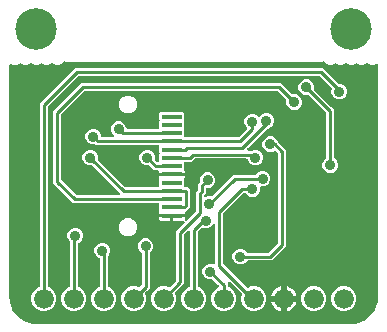
<source format=gbr>
G04 EAGLE Gerber RS-274X export*
G75*
%MOMM*%
%FSLAX34Y34*%
%LPD*%
%INBottom Copper*%
%IPPOS*%
%AMOC8*
5,1,8,0,0,1.08239X$1,22.5*%
G01*
%ADD10C,1.676400*%
%ADD11C,3.516000*%
%ADD12R,1.700000X0.350000*%
%ADD13C,0.906400*%
%ADD14C,0.254000*%

G36*
X276882Y-85087D02*
X276882Y-85087D01*
X276960Y-85085D01*
X280337Y-84820D01*
X280405Y-84806D01*
X280474Y-84801D01*
X280630Y-84761D01*
X287054Y-82674D01*
X287161Y-82624D01*
X287272Y-82580D01*
X287323Y-82547D01*
X287342Y-82539D01*
X287357Y-82526D01*
X287408Y-82494D01*
X292872Y-78523D01*
X292959Y-78442D01*
X293006Y-78403D01*
X293012Y-78399D01*
X293013Y-78398D01*
X293051Y-78366D01*
X293089Y-78320D01*
X293104Y-78306D01*
X293115Y-78288D01*
X293153Y-78242D01*
X297124Y-72778D01*
X297181Y-72674D01*
X297245Y-72574D01*
X297267Y-72517D01*
X297277Y-72499D01*
X297282Y-72479D01*
X297304Y-72424D01*
X299391Y-66000D01*
X299404Y-65932D01*
X299427Y-65866D01*
X299450Y-65707D01*
X299715Y-62330D01*
X299715Y-62326D01*
X299716Y-62323D01*
X299715Y-62304D01*
X299719Y-62230D01*
X299719Y133907D01*
X299713Y133956D01*
X299715Y134006D01*
X299693Y134114D01*
X299679Y134223D01*
X299661Y134269D01*
X299651Y134317D01*
X299603Y134416D01*
X299562Y134518D01*
X299533Y134558D01*
X299511Y134603D01*
X299440Y134687D01*
X299376Y134776D01*
X299337Y134807D01*
X299305Y134845D01*
X299215Y134908D01*
X299131Y134978D01*
X299086Y135000D01*
X299045Y135028D01*
X298942Y135067D01*
X298843Y135114D01*
X298794Y135123D01*
X298748Y135141D01*
X298638Y135153D01*
X298531Y135174D01*
X298481Y135171D01*
X298432Y135176D01*
X298323Y135161D01*
X298213Y135154D01*
X298166Y135139D01*
X298117Y135132D01*
X297964Y135080D01*
X295742Y134159D01*
X293538Y134159D01*
X291501Y135003D01*
X291093Y135412D01*
X291006Y135479D01*
X290965Y135517D01*
X290956Y135522D01*
X290909Y135563D01*
X290873Y135582D01*
X290841Y135607D01*
X290732Y135654D01*
X290626Y135708D01*
X290587Y135717D01*
X290549Y135733D01*
X290432Y135752D01*
X290316Y135778D01*
X290275Y135777D01*
X290235Y135783D01*
X290117Y135772D01*
X289998Y135768D01*
X289959Y135757D01*
X289919Y135753D01*
X289807Y135713D01*
X289692Y135680D01*
X289657Y135659D01*
X289619Y135645D01*
X289521Y135579D01*
X289418Y135518D01*
X289373Y135478D01*
X289356Y135467D01*
X289343Y135452D01*
X289298Y135412D01*
X288889Y135003D01*
X286852Y134159D01*
X284648Y134159D01*
X282611Y135003D01*
X282203Y135412D01*
X282116Y135479D01*
X282075Y135517D01*
X282066Y135522D01*
X282019Y135563D01*
X281983Y135582D01*
X281951Y135607D01*
X281842Y135654D01*
X281736Y135708D01*
X281697Y135717D01*
X281659Y135733D01*
X281542Y135752D01*
X281426Y135778D01*
X281385Y135777D01*
X281345Y135783D01*
X281227Y135772D01*
X281108Y135768D01*
X281069Y135757D01*
X281029Y135753D01*
X280917Y135713D01*
X280802Y135680D01*
X280767Y135659D01*
X280729Y135645D01*
X280631Y135579D01*
X280528Y135518D01*
X280483Y135478D01*
X280466Y135467D01*
X280453Y135452D01*
X280408Y135412D01*
X279999Y135003D01*
X277962Y134159D01*
X275758Y134159D01*
X273721Y135003D01*
X273313Y135412D01*
X273226Y135479D01*
X273185Y135517D01*
X273176Y135522D01*
X273129Y135563D01*
X273093Y135582D01*
X273061Y135607D01*
X272952Y135654D01*
X272846Y135708D01*
X272807Y135717D01*
X272769Y135733D01*
X272652Y135752D01*
X272536Y135778D01*
X272495Y135777D01*
X272455Y135783D01*
X272337Y135772D01*
X272218Y135768D01*
X272179Y135757D01*
X272139Y135753D01*
X272027Y135713D01*
X271912Y135680D01*
X271877Y135659D01*
X271839Y135645D01*
X271741Y135579D01*
X271638Y135518D01*
X271593Y135478D01*
X271576Y135467D01*
X271563Y135452D01*
X271518Y135412D01*
X271109Y135003D01*
X269072Y134159D01*
X266868Y134159D01*
X264831Y135003D01*
X264423Y135412D01*
X264336Y135479D01*
X264295Y135517D01*
X264286Y135522D01*
X264239Y135563D01*
X264203Y135582D01*
X264171Y135607D01*
X264062Y135654D01*
X263956Y135708D01*
X263917Y135717D01*
X263879Y135733D01*
X263762Y135752D01*
X263646Y135778D01*
X263605Y135777D01*
X263565Y135783D01*
X263447Y135772D01*
X263328Y135768D01*
X263289Y135757D01*
X263249Y135753D01*
X263137Y135713D01*
X263022Y135680D01*
X262987Y135659D01*
X262949Y135645D01*
X262851Y135579D01*
X262748Y135518D01*
X262703Y135478D01*
X262686Y135467D01*
X262673Y135452D01*
X262628Y135412D01*
X262219Y135003D01*
X260182Y134159D01*
X257978Y134159D01*
X255941Y135003D01*
X254379Y136565D01*
X254362Y136595D01*
X254345Y136642D01*
X254284Y136732D01*
X254229Y136828D01*
X254195Y136864D01*
X254167Y136905D01*
X254084Y136977D01*
X254008Y137056D01*
X253966Y137082D01*
X253928Y137115D01*
X253831Y137165D01*
X253737Y137223D01*
X253689Y137237D01*
X253645Y137260D01*
X253538Y137284D01*
X253433Y137316D01*
X253383Y137319D01*
X253335Y137330D01*
X253225Y137326D01*
X253115Y137331D01*
X253067Y137321D01*
X253017Y137320D01*
X252912Y137289D01*
X252804Y137267D01*
X252759Y137245D01*
X252711Y137231D01*
X252617Y137176D01*
X252583Y137159D01*
X34450Y137159D01*
X34406Y137178D01*
X34365Y137206D01*
X34261Y137241D01*
X34160Y137285D01*
X34111Y137293D01*
X34064Y137309D01*
X33954Y137317D01*
X33846Y137335D01*
X33797Y137330D01*
X33747Y137334D01*
X33639Y137315D01*
X33530Y137305D01*
X33483Y137288D01*
X33434Y137280D01*
X33334Y137234D01*
X33230Y137197D01*
X33189Y137169D01*
X33144Y137149D01*
X33058Y137080D01*
X32967Y137019D01*
X32934Y136981D01*
X32895Y136950D01*
X32829Y136863D01*
X32757Y136780D01*
X32734Y136736D01*
X32704Y136696D01*
X32639Y136563D01*
X31079Y135003D01*
X29042Y134159D01*
X26838Y134159D01*
X24801Y135003D01*
X24393Y135412D01*
X24306Y135479D01*
X24265Y135517D01*
X24256Y135522D01*
X24209Y135563D01*
X24173Y135582D01*
X24141Y135607D01*
X24032Y135654D01*
X23926Y135708D01*
X23887Y135717D01*
X23849Y135733D01*
X23732Y135752D01*
X23616Y135778D01*
X23575Y135777D01*
X23535Y135783D01*
X23417Y135772D01*
X23298Y135768D01*
X23259Y135757D01*
X23219Y135753D01*
X23107Y135713D01*
X22992Y135680D01*
X22957Y135659D01*
X22919Y135645D01*
X22821Y135579D01*
X22718Y135518D01*
X22673Y135478D01*
X22656Y135467D01*
X22643Y135452D01*
X22598Y135412D01*
X22189Y135003D01*
X20152Y134159D01*
X17948Y134159D01*
X15911Y135003D01*
X15503Y135412D01*
X15416Y135479D01*
X15375Y135517D01*
X15366Y135522D01*
X15319Y135563D01*
X15283Y135582D01*
X15251Y135607D01*
X15142Y135654D01*
X15036Y135708D01*
X14997Y135717D01*
X14959Y135733D01*
X14842Y135752D01*
X14726Y135778D01*
X14685Y135777D01*
X14645Y135783D01*
X14527Y135772D01*
X14408Y135768D01*
X14369Y135757D01*
X14329Y135753D01*
X14217Y135713D01*
X14102Y135680D01*
X14067Y135659D01*
X14029Y135645D01*
X13931Y135579D01*
X13828Y135518D01*
X13783Y135478D01*
X13766Y135467D01*
X13753Y135452D01*
X13708Y135412D01*
X13299Y135003D01*
X11262Y134159D01*
X9058Y134159D01*
X7021Y135003D01*
X6613Y135412D01*
X6526Y135479D01*
X6485Y135517D01*
X6476Y135522D01*
X6429Y135563D01*
X6393Y135582D01*
X6361Y135607D01*
X6252Y135654D01*
X6146Y135708D01*
X6107Y135717D01*
X6069Y135733D01*
X5952Y135752D01*
X5836Y135778D01*
X5795Y135777D01*
X5755Y135783D01*
X5637Y135772D01*
X5518Y135768D01*
X5479Y135757D01*
X5439Y135753D01*
X5327Y135713D01*
X5212Y135680D01*
X5177Y135659D01*
X5139Y135645D01*
X5041Y135579D01*
X4938Y135518D01*
X4893Y135478D01*
X4876Y135467D01*
X4863Y135452D01*
X4818Y135412D01*
X4409Y135003D01*
X2372Y134159D01*
X168Y134159D01*
X-1869Y135003D01*
X-2277Y135412D01*
X-2364Y135479D01*
X-2405Y135517D01*
X-2414Y135522D01*
X-2461Y135563D01*
X-2497Y135582D01*
X-2529Y135607D01*
X-2638Y135654D01*
X-2744Y135708D01*
X-2783Y135717D01*
X-2821Y135733D01*
X-2938Y135752D01*
X-3054Y135778D01*
X-3095Y135777D01*
X-3135Y135783D01*
X-3253Y135772D01*
X-3372Y135768D01*
X-3411Y135757D01*
X-3451Y135753D01*
X-3563Y135713D01*
X-3678Y135680D01*
X-3713Y135659D01*
X-3751Y135645D01*
X-3849Y135579D01*
X-3952Y135518D01*
X-3997Y135478D01*
X-4014Y135467D01*
X-4027Y135452D01*
X-4072Y135412D01*
X-4481Y135003D01*
X-6518Y134159D01*
X-8722Y134159D01*
X-10944Y135080D01*
X-10992Y135093D01*
X-11037Y135114D01*
X-11145Y135135D01*
X-11251Y135164D01*
X-11301Y135164D01*
X-11350Y135174D01*
X-11459Y135167D01*
X-11569Y135169D01*
X-11617Y135157D01*
X-11667Y135154D01*
X-11771Y135120D01*
X-11878Y135095D01*
X-11922Y135071D01*
X-11969Y135056D01*
X-12062Y134997D01*
X-12159Y134946D01*
X-12196Y134912D01*
X-12238Y134886D01*
X-12313Y134806D01*
X-12395Y134732D01*
X-12422Y134690D01*
X-12456Y134654D01*
X-12509Y134558D01*
X-12569Y134466D01*
X-12586Y134419D01*
X-12610Y134376D01*
X-12637Y134269D01*
X-12673Y134165D01*
X-12677Y134116D01*
X-12689Y134068D01*
X-12699Y133907D01*
X-12699Y-62230D01*
X-12697Y-62252D01*
X-12695Y-62330D01*
X-12430Y-65707D01*
X-12416Y-65775D01*
X-12411Y-65844D01*
X-12371Y-66000D01*
X-10284Y-72424D01*
X-10234Y-72531D01*
X-10190Y-72642D01*
X-10157Y-72693D01*
X-10149Y-72712D01*
X-10136Y-72727D01*
X-10104Y-72778D01*
X-6133Y-78242D01*
X-6113Y-78264D01*
X-6102Y-78282D01*
X-6056Y-78325D01*
X-6052Y-78329D01*
X-5976Y-78421D01*
X-5930Y-78459D01*
X-5916Y-78474D01*
X-5898Y-78485D01*
X-5852Y-78523D01*
X-388Y-82494D01*
X-284Y-82551D01*
X-184Y-82615D01*
X-127Y-82637D01*
X-109Y-82647D01*
X-89Y-82652D01*
X-34Y-82674D01*
X6390Y-84761D01*
X6458Y-84774D01*
X6524Y-84797D01*
X6683Y-84820D01*
X10060Y-85085D01*
X10082Y-85084D01*
X10160Y-85089D01*
X276860Y-85089D01*
X276882Y-85087D01*
G37*
%LPC*%
G36*
X116038Y-73915D02*
X116038Y-73915D01*
X112211Y-72329D01*
X109281Y-69399D01*
X107695Y-65572D01*
X107695Y-61428D01*
X109281Y-57601D01*
X112211Y-54671D01*
X116038Y-53085D01*
X120182Y-53085D01*
X121995Y-53836D01*
X122023Y-53844D01*
X122050Y-53858D01*
X122176Y-53886D01*
X122302Y-53920D01*
X122331Y-53921D01*
X122360Y-53927D01*
X122490Y-53923D01*
X122620Y-53925D01*
X122648Y-53918D01*
X122678Y-53918D01*
X122802Y-53881D01*
X122929Y-53851D01*
X122955Y-53837D01*
X122983Y-53829D01*
X123095Y-53763D01*
X123210Y-53702D01*
X123232Y-53683D01*
X123257Y-53668D01*
X123378Y-53561D01*
X128406Y-48534D01*
X128466Y-48455D01*
X128534Y-48383D01*
X128563Y-48330D01*
X128600Y-48282D01*
X128640Y-48191D01*
X128688Y-48105D01*
X128703Y-48046D01*
X128727Y-47991D01*
X128742Y-47893D01*
X128767Y-47797D01*
X128773Y-47697D01*
X128777Y-47676D01*
X128775Y-47664D01*
X128777Y-47636D01*
X128777Y-6252D01*
X135412Y383D01*
X135502Y499D01*
X135593Y611D01*
X135599Y623D01*
X135607Y634D01*
X135665Y768D01*
X135726Y900D01*
X135728Y914D01*
X135733Y926D01*
X135756Y1070D01*
X135782Y1213D01*
X135781Y1227D01*
X135783Y1240D01*
X135770Y1386D01*
X135759Y1530D01*
X135755Y1543D01*
X135753Y1557D01*
X135704Y1694D01*
X135658Y1832D01*
X135650Y1843D01*
X135646Y1856D01*
X135564Y1977D01*
X135485Y2099D01*
X135475Y2108D01*
X135467Y2119D01*
X135358Y2216D01*
X135251Y2314D01*
X135239Y2321D01*
X135229Y2330D01*
X135099Y2396D01*
X134971Y2465D01*
X134958Y2468D01*
X134946Y2474D01*
X134803Y2506D01*
X134662Y2541D01*
X134648Y2541D01*
X134635Y2544D01*
X134489Y2539D01*
X134344Y2538D01*
X134326Y2534D01*
X134317Y2534D01*
X134301Y2529D01*
X134186Y2506D01*
X133674Y2369D01*
X126109Y2369D01*
X126109Y5391D01*
X135881Y5391D01*
X135881Y4576D01*
X135744Y4064D01*
X135724Y3920D01*
X135720Y3898D01*
X135709Y3839D01*
X135710Y3830D01*
X135701Y3776D01*
X135702Y3762D01*
X135700Y3749D01*
X135717Y3604D01*
X135731Y3459D01*
X135735Y3446D01*
X135737Y3433D01*
X135789Y3297D01*
X135838Y3160D01*
X135846Y3149D01*
X135851Y3136D01*
X135935Y3018D01*
X136017Y2897D01*
X136027Y2888D01*
X136035Y2877D01*
X136146Y2783D01*
X136255Y2686D01*
X136267Y2680D01*
X136278Y2671D01*
X136409Y2608D01*
X136539Y2542D01*
X136552Y2539D01*
X136564Y2533D01*
X136707Y2504D01*
X136849Y2472D01*
X136862Y2472D01*
X136876Y2470D01*
X137021Y2477D01*
X137167Y2482D01*
X137180Y2485D01*
X137193Y2486D01*
X137332Y2529D01*
X137472Y2570D01*
X137484Y2577D01*
X137497Y2581D01*
X137599Y2644D01*
X137604Y2646D01*
X137613Y2653D01*
X137621Y2658D01*
X137746Y2732D01*
X137760Y2744D01*
X137767Y2748D01*
X137779Y2760D01*
X137867Y2838D01*
X144916Y9886D01*
X144976Y9965D01*
X145044Y10037D01*
X145073Y10090D01*
X145110Y10138D01*
X145150Y10229D01*
X145198Y10315D01*
X145213Y10374D01*
X145237Y10429D01*
X145252Y10527D01*
X145277Y10623D01*
X145283Y10723D01*
X145287Y10744D01*
X145285Y10756D01*
X145287Y10784D01*
X145287Y26768D01*
X147072Y28552D01*
X147132Y28631D01*
X147200Y28703D01*
X147229Y28756D01*
X147266Y28804D01*
X147306Y28895D01*
X147354Y28981D01*
X147369Y29040D01*
X147393Y29095D01*
X147408Y29193D01*
X147433Y29289D01*
X147439Y29389D01*
X147443Y29410D01*
X147441Y29422D01*
X147443Y29450D01*
X147443Y33753D01*
X148255Y34564D01*
X148315Y34643D01*
X148383Y34715D01*
X148412Y34768D01*
X148449Y34816D01*
X148489Y34907D01*
X148537Y34993D01*
X148552Y35052D01*
X148576Y35107D01*
X148591Y35205D01*
X148616Y35301D01*
X148622Y35401D01*
X148623Y35408D01*
X148624Y35409D01*
X148626Y35422D01*
X148624Y35434D01*
X148626Y35462D01*
X148626Y38136D01*
X149626Y40549D01*
X151472Y42395D01*
X153885Y43395D01*
X156497Y43395D01*
X158910Y42395D01*
X160756Y40549D01*
X161756Y38136D01*
X161756Y35524D01*
X160756Y33111D01*
X158910Y31265D01*
X156497Y30265D01*
X155318Y30265D01*
X155200Y30250D01*
X155081Y30243D01*
X155043Y30230D01*
X155002Y30225D01*
X154892Y30182D01*
X154779Y30145D01*
X154744Y30123D01*
X154707Y30108D01*
X154611Y30039D01*
X154510Y29975D01*
X154482Y29945D01*
X154449Y29922D01*
X154373Y29830D01*
X154292Y29743D01*
X154272Y29708D01*
X154247Y29677D01*
X154196Y29569D01*
X154138Y29465D01*
X154128Y29425D01*
X154111Y29389D01*
X154089Y29272D01*
X154059Y29157D01*
X154055Y29097D01*
X154051Y29077D01*
X154053Y29056D01*
X154049Y28996D01*
X154049Y26188D01*
X152264Y24404D01*
X152204Y24325D01*
X152136Y24253D01*
X152107Y24200D01*
X152070Y24152D01*
X152030Y24061D01*
X151982Y23975D01*
X151967Y23916D01*
X151943Y23861D01*
X151928Y23763D01*
X151903Y23667D01*
X151897Y23567D01*
X151893Y23546D01*
X151895Y23534D01*
X151893Y23506D01*
X151893Y23464D01*
X151899Y23415D01*
X151897Y23365D01*
X151919Y23257D01*
X151933Y23148D01*
X151951Y23102D01*
X151961Y23054D01*
X152009Y22955D01*
X152050Y22853D01*
X152079Y22813D01*
X152101Y22768D01*
X152172Y22684D01*
X152236Y22595D01*
X152275Y22564D01*
X152307Y22526D01*
X152397Y22463D01*
X152481Y22393D01*
X152526Y22371D01*
X152567Y22343D01*
X152670Y22304D01*
X152769Y22257D01*
X152818Y22248D01*
X152864Y22230D01*
X152974Y22218D01*
X153081Y22197D01*
X153131Y22200D01*
X153180Y22195D01*
X153289Y22210D01*
X153399Y22217D01*
X153446Y22232D01*
X153495Y22239D01*
X153648Y22291D01*
X155539Y23075D01*
X158213Y23075D01*
X158311Y23087D01*
X158410Y23090D01*
X158469Y23107D01*
X158529Y23115D01*
X158621Y23151D01*
X158716Y23179D01*
X158768Y23209D01*
X158824Y23232D01*
X158904Y23290D01*
X158990Y23340D01*
X159065Y23406D01*
X159082Y23418D01*
X159090Y23428D01*
X159111Y23446D01*
X177067Y41403D01*
X195423Y41403D01*
X195521Y41415D01*
X195620Y41418D01*
X195678Y41435D01*
X195739Y41443D01*
X195831Y41479D01*
X195926Y41507D01*
X195978Y41537D01*
X196034Y41560D01*
X196114Y41618D01*
X196200Y41668D01*
X196275Y41734D01*
X196292Y41746D01*
X196299Y41756D01*
X196321Y41774D01*
X198211Y43665D01*
X200624Y44665D01*
X203236Y44665D01*
X205649Y43665D01*
X207495Y41819D01*
X208495Y39406D01*
X208495Y36794D01*
X207495Y34381D01*
X205649Y32535D01*
X203236Y31535D01*
X200874Y31535D01*
X200756Y31520D01*
X200637Y31513D01*
X200599Y31500D01*
X200558Y31495D01*
X200448Y31452D01*
X200335Y31415D01*
X200300Y31393D01*
X200263Y31378D01*
X200167Y31309D01*
X200066Y31245D01*
X200038Y31215D01*
X200005Y31192D01*
X199929Y31100D01*
X199848Y31013D01*
X199828Y30978D01*
X199803Y30947D01*
X199752Y30839D01*
X199694Y30735D01*
X199684Y30695D01*
X199667Y30659D01*
X199645Y30542D01*
X199615Y30427D01*
X199611Y30367D01*
X199607Y30347D01*
X199609Y30326D01*
X199605Y30266D01*
X199605Y27904D01*
X198605Y25491D01*
X196759Y23645D01*
X194346Y22645D01*
X191734Y22645D01*
X189321Y23645D01*
X187431Y25536D01*
X187352Y25596D01*
X187280Y25664D01*
X187227Y25693D01*
X187179Y25730D01*
X187088Y25770D01*
X187002Y25818D01*
X186943Y25833D01*
X186887Y25857D01*
X186789Y25872D01*
X186694Y25897D01*
X186594Y25903D01*
X186573Y25907D01*
X186561Y25905D01*
X186533Y25907D01*
X186044Y25907D01*
X185946Y25895D01*
X185847Y25892D01*
X185788Y25875D01*
X185728Y25867D01*
X185636Y25831D01*
X185541Y25803D01*
X185489Y25773D01*
X185433Y25750D01*
X185353Y25692D01*
X185267Y25642D01*
X185192Y25576D01*
X185175Y25564D01*
X185167Y25554D01*
X185146Y25536D01*
X168774Y9164D01*
X168714Y9085D01*
X168646Y9013D01*
X168617Y8960D01*
X168580Y8912D01*
X168540Y8821D01*
X168492Y8735D01*
X168477Y8676D01*
X168453Y8621D01*
X168438Y8523D01*
X168413Y8427D01*
X168407Y8327D01*
X168403Y8306D01*
X168405Y8294D01*
X168403Y8266D01*
X168403Y-33666D01*
X168415Y-33764D01*
X168418Y-33863D01*
X168435Y-33922D01*
X168443Y-33982D01*
X168479Y-34074D01*
X168507Y-34169D01*
X168537Y-34221D01*
X168560Y-34277D01*
X168618Y-34357D01*
X168668Y-34443D01*
X168734Y-34518D01*
X168746Y-34535D01*
X168756Y-34543D01*
X168774Y-34564D01*
X188144Y-53933D01*
X188167Y-53951D01*
X188186Y-53974D01*
X188292Y-54048D01*
X188395Y-54128D01*
X188422Y-54140D01*
X188446Y-54157D01*
X188568Y-54203D01*
X188687Y-54254D01*
X188716Y-54259D01*
X188744Y-54270D01*
X188873Y-54284D01*
X189001Y-54304D01*
X189031Y-54302D01*
X189060Y-54305D01*
X189188Y-54287D01*
X189318Y-54274D01*
X189346Y-54264D01*
X189375Y-54260D01*
X189527Y-54208D01*
X192238Y-53085D01*
X196382Y-53085D01*
X200209Y-54671D01*
X203139Y-57601D01*
X204725Y-61428D01*
X204725Y-65572D01*
X203139Y-69399D01*
X200209Y-72329D01*
X196382Y-73915D01*
X192238Y-73915D01*
X188411Y-72329D01*
X185481Y-69399D01*
X183895Y-65572D01*
X183895Y-61428D01*
X184274Y-60513D01*
X184282Y-60485D01*
X184296Y-60458D01*
X184324Y-60332D01*
X184358Y-60206D01*
X184359Y-60177D01*
X184365Y-60148D01*
X184361Y-60018D01*
X184363Y-59888D01*
X184356Y-59860D01*
X184356Y-59830D01*
X184320Y-59706D01*
X184289Y-59579D01*
X184275Y-59553D01*
X184267Y-59525D01*
X184201Y-59413D01*
X184140Y-59298D01*
X184121Y-59276D01*
X184106Y-59251D01*
X183999Y-59130D01*
X174379Y-49510D01*
X174270Y-49425D01*
X174163Y-49336D01*
X174144Y-49328D01*
X174128Y-49315D01*
X174000Y-49260D01*
X173875Y-49201D01*
X173855Y-49197D01*
X173836Y-49189D01*
X173698Y-49167D01*
X173562Y-49141D01*
X173542Y-49142D01*
X173522Y-49139D01*
X173383Y-49152D01*
X173245Y-49161D01*
X173226Y-49167D01*
X173206Y-49169D01*
X173074Y-49216D01*
X172943Y-49259D01*
X172925Y-49270D01*
X172906Y-49277D01*
X172791Y-49355D01*
X172674Y-49429D01*
X172660Y-49444D01*
X172643Y-49455D01*
X172551Y-49559D01*
X172456Y-49661D01*
X172446Y-49678D01*
X172433Y-49694D01*
X172369Y-49818D01*
X172302Y-49939D01*
X172297Y-49959D01*
X172288Y-49977D01*
X172258Y-50113D01*
X172223Y-50247D01*
X172221Y-50275D01*
X172218Y-50287D01*
X172219Y-50308D01*
X172213Y-50408D01*
X172213Y-52747D01*
X172216Y-52776D01*
X172214Y-52806D01*
X172236Y-52934D01*
X172253Y-53063D01*
X172263Y-53090D01*
X172268Y-53119D01*
X172322Y-53238D01*
X172370Y-53358D01*
X172387Y-53382D01*
X172399Y-53409D01*
X172480Y-53510D01*
X172556Y-53616D01*
X172579Y-53635D01*
X172598Y-53658D01*
X172701Y-53736D01*
X172801Y-53818D01*
X172828Y-53831D01*
X172852Y-53849D01*
X172996Y-53920D01*
X174809Y-54671D01*
X177739Y-57601D01*
X179325Y-61428D01*
X179325Y-65572D01*
X177739Y-69399D01*
X174809Y-72329D01*
X170982Y-73915D01*
X166838Y-73915D01*
X163011Y-72329D01*
X160081Y-69399D01*
X158495Y-65572D01*
X158495Y-61428D01*
X160081Y-57601D01*
X163011Y-54671D01*
X163963Y-54276D01*
X164007Y-54252D01*
X164053Y-54235D01*
X164144Y-54173D01*
X164240Y-54119D01*
X164275Y-54084D01*
X164316Y-54056D01*
X164389Y-53974D01*
X164468Y-53897D01*
X164494Y-53855D01*
X164527Y-53818D01*
X164577Y-53720D01*
X164634Y-53626D01*
X164649Y-53579D01*
X164672Y-53534D01*
X164696Y-53427D01*
X164728Y-53322D01*
X164730Y-53273D01*
X164741Y-53224D01*
X164738Y-53114D01*
X164743Y-53005D01*
X164733Y-52956D01*
X164732Y-52906D01*
X164701Y-52801D01*
X164679Y-52693D01*
X164657Y-52648D01*
X164643Y-52601D01*
X164587Y-52506D01*
X164539Y-52407D01*
X164507Y-52370D01*
X164482Y-52327D01*
X164375Y-52206D01*
X159746Y-47576D01*
X159667Y-47516D01*
X159595Y-47448D01*
X159542Y-47419D01*
X159494Y-47382D01*
X159403Y-47342D01*
X159317Y-47294D01*
X159258Y-47279D01*
X159203Y-47255D01*
X159105Y-47240D01*
X159009Y-47215D01*
X158909Y-47209D01*
X158888Y-47205D01*
X158876Y-47207D01*
X158848Y-47205D01*
X156174Y-47205D01*
X153761Y-46205D01*
X151915Y-44359D01*
X150915Y-41946D01*
X150915Y-39334D01*
X151915Y-36921D01*
X153761Y-35075D01*
X156174Y-34075D01*
X158786Y-34075D01*
X160042Y-34596D01*
X160090Y-34609D01*
X160135Y-34630D01*
X160243Y-34651D01*
X160349Y-34680D01*
X160399Y-34680D01*
X160448Y-34690D01*
X160557Y-34683D01*
X160667Y-34685D01*
X160715Y-34673D01*
X160765Y-34670D01*
X160869Y-34636D01*
X160976Y-34611D01*
X161020Y-34587D01*
X161067Y-34572D01*
X161160Y-34513D01*
X161257Y-34462D01*
X161294Y-34428D01*
X161336Y-34402D01*
X161411Y-34322D01*
X161493Y-34248D01*
X161520Y-34206D01*
X161554Y-34170D01*
X161607Y-34074D01*
X161667Y-33982D01*
X161684Y-33935D01*
X161708Y-33892D01*
X161735Y-33786D01*
X161771Y-33681D01*
X161775Y-33632D01*
X161787Y-33584D01*
X161797Y-33423D01*
X161797Y-1374D01*
X161789Y-1305D01*
X161790Y-1235D01*
X161769Y-1148D01*
X161757Y-1059D01*
X161732Y-994D01*
X161715Y-926D01*
X161673Y-847D01*
X161640Y-763D01*
X161599Y-707D01*
X161567Y-645D01*
X161506Y-578D01*
X161454Y-506D01*
X161400Y-461D01*
X161353Y-410D01*
X161278Y-360D01*
X161209Y-303D01*
X161145Y-273D01*
X161087Y-235D01*
X161002Y-206D01*
X160921Y-168D01*
X160852Y-154D01*
X160786Y-132D01*
X160697Y-125D01*
X160609Y-108D01*
X160539Y-112D01*
X160469Y-107D01*
X160381Y-122D01*
X160291Y-127D01*
X160225Y-149D01*
X160156Y-161D01*
X160074Y-198D01*
X159989Y-226D01*
X159930Y-263D01*
X159866Y-292D01*
X159796Y-348D01*
X159720Y-396D01*
X159672Y-447D01*
X159618Y-490D01*
X159563Y-562D01*
X159502Y-627D01*
X159468Y-688D01*
X159426Y-744D01*
X159355Y-889D01*
X159235Y-1179D01*
X157389Y-3025D01*
X154976Y-4025D01*
X152364Y-4025D01*
X150936Y-3433D01*
X150907Y-3425D01*
X150881Y-3412D01*
X150754Y-3383D01*
X150629Y-3349D01*
X150600Y-3349D01*
X150571Y-3342D01*
X150441Y-3346D01*
X150311Y-3344D01*
X150282Y-3351D01*
X150253Y-3352D01*
X150128Y-3388D01*
X150002Y-3418D01*
X149976Y-3432D01*
X149947Y-3440D01*
X149836Y-3506D01*
X149721Y-3567D01*
X149699Y-3587D01*
X149673Y-3602D01*
X149553Y-3708D01*
X147184Y-6076D01*
X147124Y-6155D01*
X147056Y-6227D01*
X147027Y-6280D01*
X146990Y-6328D01*
X146950Y-6419D01*
X146902Y-6505D01*
X146887Y-6564D01*
X146863Y-6619D01*
X146848Y-6717D01*
X146823Y-6813D01*
X146817Y-6913D01*
X146813Y-6934D01*
X146815Y-6946D01*
X146813Y-6974D01*
X146813Y-52747D01*
X146816Y-52776D01*
X146814Y-52806D01*
X146836Y-52934D01*
X146853Y-53063D01*
X146863Y-53090D01*
X146868Y-53119D01*
X146922Y-53238D01*
X146970Y-53358D01*
X146987Y-53382D01*
X146999Y-53409D01*
X147080Y-53511D01*
X147156Y-53616D01*
X147179Y-53635D01*
X147198Y-53658D01*
X147301Y-53736D01*
X147401Y-53819D01*
X147428Y-53831D01*
X147452Y-53849D01*
X147596Y-53920D01*
X149409Y-54671D01*
X152339Y-57601D01*
X153925Y-61428D01*
X153925Y-65572D01*
X152339Y-69399D01*
X149409Y-72329D01*
X145582Y-73915D01*
X141438Y-73915D01*
X137611Y-72329D01*
X134681Y-69399D01*
X133095Y-65572D01*
X133095Y-61428D01*
X134681Y-57601D01*
X137611Y-54671D01*
X139424Y-53920D01*
X139449Y-53905D01*
X139477Y-53896D01*
X139587Y-53827D01*
X139700Y-53762D01*
X139721Y-53742D01*
X139746Y-53726D01*
X139835Y-53631D01*
X139928Y-53541D01*
X139944Y-53516D01*
X139964Y-53494D01*
X140027Y-53380D01*
X140095Y-53270D01*
X140103Y-53242D01*
X140118Y-53216D01*
X140150Y-53090D01*
X140188Y-52966D01*
X140190Y-52936D01*
X140197Y-52908D01*
X140207Y-52747D01*
X140207Y-7228D01*
X140190Y-7090D01*
X140177Y-6951D01*
X140170Y-6932D01*
X140167Y-6912D01*
X140116Y-6783D01*
X140069Y-6652D01*
X140058Y-6635D01*
X140050Y-6617D01*
X139969Y-6504D01*
X139891Y-6389D01*
X139875Y-6376D01*
X139864Y-6359D01*
X139756Y-6270D01*
X139652Y-6178D01*
X139634Y-6169D01*
X139619Y-6156D01*
X139493Y-6097D01*
X139369Y-6034D01*
X139349Y-6029D01*
X139331Y-6021D01*
X139195Y-5995D01*
X139059Y-5964D01*
X139038Y-5965D01*
X139019Y-5961D01*
X138880Y-5970D01*
X138741Y-5974D01*
X138721Y-5980D01*
X138701Y-5981D01*
X138569Y-6024D01*
X138435Y-6062D01*
X138418Y-6073D01*
X138399Y-6079D01*
X138281Y-6153D01*
X138161Y-6224D01*
X138140Y-6242D01*
X138130Y-6249D01*
X138116Y-6264D01*
X138041Y-6330D01*
X135754Y-8616D01*
X135694Y-8695D01*
X135626Y-8767D01*
X135597Y-8820D01*
X135560Y-8868D01*
X135520Y-8959D01*
X135472Y-9045D01*
X135457Y-9104D01*
X135433Y-9159D01*
X135418Y-9257D01*
X135393Y-9353D01*
X135387Y-9453D01*
X135383Y-9474D01*
X135385Y-9486D01*
X135383Y-9514D01*
X135383Y-50898D01*
X133076Y-53204D01*
X128049Y-58232D01*
X128031Y-58255D01*
X128008Y-58274D01*
X127934Y-58380D01*
X127854Y-58483D01*
X127842Y-58510D01*
X127825Y-58534D01*
X127779Y-58656D01*
X127728Y-58775D01*
X127723Y-58804D01*
X127712Y-58832D01*
X127698Y-58961D01*
X127678Y-59089D01*
X127680Y-59119D01*
X127677Y-59148D01*
X127695Y-59276D01*
X127707Y-59406D01*
X127717Y-59434D01*
X127722Y-59463D01*
X127774Y-59615D01*
X128525Y-61428D01*
X128525Y-65572D01*
X126939Y-69399D01*
X124009Y-72329D01*
X120182Y-73915D01*
X116038Y-73915D01*
G37*
%LPD*%
%LPC*%
G36*
X124840Y7929D02*
X124840Y7929D01*
X113799Y7929D01*
X113799Y8744D01*
X113972Y9391D01*
X114222Y9823D01*
X114265Y9926D01*
X114317Y10027D01*
X114327Y10073D01*
X114345Y10116D01*
X114362Y10227D01*
X114386Y10337D01*
X114385Y10384D01*
X114392Y10431D01*
X114380Y10542D01*
X114377Y10655D01*
X114363Y10700D01*
X114359Y10747D01*
X114319Y10852D01*
X114307Y10894D01*
X114307Y16088D01*
X114292Y16206D01*
X114285Y16325D01*
X114272Y16363D01*
X114267Y16404D01*
X114224Y16514D01*
X114187Y16627D01*
X114165Y16662D01*
X114150Y16699D01*
X114081Y16795D01*
X114017Y16896D01*
X113987Y16924D01*
X113964Y16957D01*
X113872Y17033D01*
X113785Y17114D01*
X113750Y17134D01*
X113719Y17159D01*
X113611Y17210D01*
X113507Y17268D01*
X113467Y17278D01*
X113431Y17295D01*
X113314Y17317D01*
X113199Y17347D01*
X113139Y17351D01*
X113119Y17355D01*
X113098Y17353D01*
X113038Y17357D01*
X41472Y17357D01*
X24637Y34192D01*
X24637Y95348D01*
X48162Y118873D01*
X217268Y118873D01*
X226334Y109806D01*
X226413Y109746D01*
X226485Y109678D01*
X226538Y109649D01*
X226586Y109612D01*
X226677Y109572D01*
X226763Y109524D01*
X226822Y109509D01*
X226877Y109485D01*
X226975Y109470D01*
X227071Y109445D01*
X227171Y109439D01*
X227192Y109435D01*
X227204Y109437D01*
X227232Y109435D01*
X229906Y109435D01*
X232319Y108435D01*
X234165Y106589D01*
X235165Y104176D01*
X235165Y101564D01*
X234165Y99151D01*
X232319Y97305D01*
X229906Y96305D01*
X227294Y96305D01*
X224881Y97305D01*
X223035Y99151D01*
X222035Y101564D01*
X222035Y104238D01*
X222023Y104336D01*
X222020Y104435D01*
X222003Y104494D01*
X221995Y104554D01*
X221959Y104646D01*
X221931Y104741D01*
X221901Y104793D01*
X221878Y104849D01*
X221820Y104929D01*
X221770Y105015D01*
X221704Y105090D01*
X221692Y105107D01*
X221682Y105115D01*
X221664Y105136D01*
X214904Y111896D01*
X214825Y111956D01*
X214753Y112024D01*
X214700Y112053D01*
X214652Y112090D01*
X214561Y112130D01*
X214475Y112178D01*
X214416Y112193D01*
X214361Y112217D01*
X214263Y112232D01*
X214167Y112257D01*
X214067Y112263D01*
X214046Y112267D01*
X214034Y112265D01*
X214006Y112267D01*
X51424Y112267D01*
X51326Y112255D01*
X51227Y112252D01*
X51168Y112235D01*
X51108Y112227D01*
X51016Y112191D01*
X50921Y112163D01*
X50869Y112133D01*
X50813Y112110D01*
X50733Y112052D01*
X50647Y112002D01*
X50572Y111936D01*
X50555Y111924D01*
X50547Y111914D01*
X50526Y111896D01*
X31614Y92984D01*
X31554Y92905D01*
X31486Y92833D01*
X31457Y92780D01*
X31420Y92732D01*
X31380Y92641D01*
X31332Y92555D01*
X31317Y92496D01*
X31293Y92441D01*
X31278Y92343D01*
X31253Y92247D01*
X31247Y92147D01*
X31243Y92126D01*
X31245Y92114D01*
X31243Y92086D01*
X31243Y37454D01*
X31255Y37356D01*
X31258Y37257D01*
X31275Y37198D01*
X31283Y37138D01*
X31319Y37046D01*
X31347Y36951D01*
X31377Y36899D01*
X31400Y36843D01*
X31458Y36763D01*
X31508Y36677D01*
X31574Y36602D01*
X31586Y36585D01*
X31596Y36577D01*
X31614Y36556D01*
X43836Y24334D01*
X43915Y24274D01*
X43987Y24206D01*
X44040Y24177D01*
X44088Y24140D01*
X44179Y24100D01*
X44265Y24052D01*
X44324Y24037D01*
X44379Y24013D01*
X44477Y23998D01*
X44573Y23973D01*
X44673Y23967D01*
X44694Y23963D01*
X44706Y23965D01*
X44734Y23963D01*
X80062Y23963D01*
X80200Y23980D01*
X80339Y23993D01*
X80358Y24000D01*
X80378Y24003D01*
X80507Y24054D01*
X80638Y24101D01*
X80655Y24112D01*
X80673Y24120D01*
X80786Y24201D01*
X80901Y24279D01*
X80914Y24295D01*
X80931Y24306D01*
X81019Y24414D01*
X81112Y24518D01*
X81121Y24536D01*
X81134Y24551D01*
X81193Y24677D01*
X81256Y24801D01*
X81261Y24821D01*
X81269Y24839D01*
X81295Y24975D01*
X81326Y25111D01*
X81325Y25132D01*
X81329Y25151D01*
X81320Y25290D01*
X81316Y25429D01*
X81310Y25449D01*
X81309Y25469D01*
X81266Y25601D01*
X81228Y25735D01*
X81217Y25752D01*
X81211Y25771D01*
X81137Y25889D01*
X81066Y26009D01*
X81048Y26030D01*
X81041Y26040D01*
X81026Y26054D01*
X80960Y26129D01*
X58146Y48944D01*
X58067Y49004D01*
X57995Y49072D01*
X57942Y49101D01*
X57894Y49138D01*
X57803Y49178D01*
X57717Y49226D01*
X57658Y49241D01*
X57603Y49265D01*
X57505Y49280D01*
X57409Y49305D01*
X57309Y49311D01*
X57288Y49315D01*
X57276Y49313D01*
X57248Y49315D01*
X54574Y49315D01*
X52161Y50315D01*
X50315Y52161D01*
X49315Y54574D01*
X49315Y57186D01*
X50315Y59599D01*
X52161Y61445D01*
X54574Y62445D01*
X57186Y62445D01*
X59599Y61445D01*
X61445Y59599D01*
X62445Y57186D01*
X62445Y54512D01*
X62457Y54414D01*
X62460Y54315D01*
X62477Y54256D01*
X62485Y54196D01*
X62521Y54104D01*
X62549Y54009D01*
X62579Y53957D01*
X62602Y53901D01*
X62660Y53821D01*
X62710Y53735D01*
X62776Y53660D01*
X62788Y53643D01*
X62798Y53635D01*
X62816Y53614D01*
X85096Y31334D01*
X85175Y31274D01*
X85247Y31206D01*
X85300Y31177D01*
X85348Y31140D01*
X85439Y31100D01*
X85525Y31052D01*
X85584Y31037D01*
X85639Y31013D01*
X85737Y30998D01*
X85833Y30973D01*
X85933Y30967D01*
X85954Y30963D01*
X85966Y30965D01*
X85994Y30963D01*
X113038Y30963D01*
X113156Y30978D01*
X113275Y30985D01*
X113313Y30998D01*
X113354Y31003D01*
X113464Y31046D01*
X113577Y31083D01*
X113612Y31105D01*
X113649Y31120D01*
X113745Y31189D01*
X113846Y31253D01*
X113874Y31283D01*
X113907Y31306D01*
X113983Y31398D01*
X114064Y31485D01*
X114084Y31520D01*
X114109Y31551D01*
X114160Y31659D01*
X114218Y31763D01*
X114228Y31803D01*
X114245Y31839D01*
X114267Y31956D01*
X114297Y32071D01*
X114301Y32131D01*
X114305Y32151D01*
X114303Y32172D01*
X114307Y32232D01*
X114307Y37410D01*
X114312Y37419D01*
X114323Y37465D01*
X114342Y37508D01*
X114359Y37619D01*
X114385Y37729D01*
X114384Y37776D01*
X114391Y37822D01*
X114381Y37934D01*
X114379Y38046D01*
X114366Y38092D01*
X114362Y38139D01*
X114324Y38245D01*
X114293Y38353D01*
X114261Y38418D01*
X114254Y38438D01*
X114244Y38453D01*
X114222Y38497D01*
X113972Y38929D01*
X113799Y39576D01*
X113799Y40391D01*
X124840Y40391D01*
X135881Y40391D01*
X135881Y39576D01*
X135708Y38929D01*
X135458Y38497D01*
X135415Y38394D01*
X135363Y38293D01*
X135353Y38247D01*
X135335Y38204D01*
X135318Y38093D01*
X135294Y37983D01*
X135295Y37936D01*
X135288Y37889D01*
X135300Y37778D01*
X135303Y37665D01*
X135317Y37620D01*
X135321Y37573D01*
X135361Y37468D01*
X135373Y37426D01*
X135373Y32232D01*
X135388Y32114D01*
X135395Y31995D01*
X135408Y31957D01*
X135413Y31916D01*
X135456Y31806D01*
X135493Y31693D01*
X135515Y31658D01*
X135530Y31621D01*
X135599Y31525D01*
X135663Y31424D01*
X135693Y31396D01*
X135716Y31363D01*
X135808Y31287D01*
X135895Y31206D01*
X135930Y31186D01*
X135961Y31161D01*
X136069Y31110D01*
X136173Y31052D01*
X136213Y31042D01*
X136249Y31025D01*
X136366Y31003D01*
X136481Y30973D01*
X136541Y30969D01*
X136561Y30965D01*
X136582Y30967D01*
X136642Y30963D01*
X138528Y30963D01*
X140463Y29028D01*
X140463Y13872D01*
X136929Y10338D01*
X136853Y10332D01*
X136821Y10322D01*
X136787Y10317D01*
X136670Y10271D01*
X136551Y10231D01*
X136523Y10213D01*
X136491Y10200D01*
X136390Y10127D01*
X136284Y10058D01*
X136261Y10033D01*
X136234Y10014D01*
X136154Y9917D01*
X136069Y9824D01*
X136053Y9795D01*
X136031Y9769D01*
X135978Y9655D01*
X135918Y9544D01*
X135910Y9511D01*
X135896Y9481D01*
X135872Y9358D01*
X135842Y9235D01*
X135842Y9202D01*
X135836Y9169D01*
X135844Y9043D01*
X135845Y8917D01*
X135855Y8869D01*
X135856Y8851D01*
X135862Y8831D01*
X135877Y8759D01*
X135881Y8744D01*
X135881Y7929D01*
X124840Y7929D01*
X124840Y7929D01*
G37*
%LPD*%
%LPC*%
G36*
X124840Y42929D02*
X124840Y42929D01*
X113799Y42929D01*
X113799Y43744D01*
X113803Y43759D01*
X113820Y43884D01*
X113844Y44008D01*
X113842Y44041D01*
X113846Y44075D01*
X113832Y44200D01*
X113824Y44325D01*
X113814Y44357D01*
X113810Y44390D01*
X113765Y44508D01*
X113726Y44627D01*
X113708Y44656D01*
X113696Y44687D01*
X113623Y44790D01*
X113556Y44896D01*
X113531Y44919D01*
X113512Y44947D01*
X113416Y45028D01*
X113324Y45114D01*
X113295Y45130D01*
X113269Y45152D01*
X113156Y45207D01*
X113046Y45268D01*
X113013Y45276D01*
X112983Y45291D01*
X112860Y45316D01*
X112738Y45347D01*
X112689Y45350D01*
X112671Y45354D01*
X112650Y45353D01*
X112577Y45357D01*
X109992Y45357D01*
X106406Y48944D01*
X106327Y49004D01*
X106255Y49072D01*
X106202Y49101D01*
X106154Y49138D01*
X106063Y49178D01*
X105977Y49226D01*
X105918Y49241D01*
X105863Y49265D01*
X105765Y49280D01*
X105669Y49305D01*
X105569Y49311D01*
X105548Y49315D01*
X105536Y49313D01*
X105508Y49315D01*
X102834Y49315D01*
X100421Y50315D01*
X98575Y52161D01*
X97575Y54574D01*
X97575Y57186D01*
X98575Y59599D01*
X100421Y61445D01*
X102834Y62445D01*
X105446Y62445D01*
X107859Y61445D01*
X109705Y59599D01*
X110705Y57186D01*
X110705Y54512D01*
X110717Y54414D01*
X110720Y54315D01*
X110737Y54256D01*
X110745Y54196D01*
X110781Y54104D01*
X110809Y54009D01*
X110839Y53957D01*
X110862Y53901D01*
X110920Y53821D01*
X110970Y53735D01*
X111036Y53660D01*
X111048Y53643D01*
X111058Y53635D01*
X111076Y53614D01*
X112141Y52550D01*
X112250Y52465D01*
X112357Y52376D01*
X112376Y52368D01*
X112392Y52355D01*
X112519Y52300D01*
X112645Y52241D01*
X112665Y52237D01*
X112684Y52229D01*
X112822Y52207D01*
X112958Y52181D01*
X112978Y52182D01*
X112998Y52179D01*
X113137Y52192D01*
X113275Y52201D01*
X113294Y52207D01*
X113314Y52209D01*
X113446Y52256D01*
X113577Y52299D01*
X113595Y52310D01*
X113614Y52317D01*
X113729Y52395D01*
X113846Y52469D01*
X113860Y52484D01*
X113877Y52495D01*
X113969Y52599D01*
X114064Y52701D01*
X114074Y52718D01*
X114087Y52734D01*
X114150Y52857D01*
X114218Y52979D01*
X114223Y52999D01*
X114232Y53017D01*
X114262Y53153D01*
X114297Y53287D01*
X114299Y53315D01*
X114302Y53327D01*
X114301Y53348D01*
X114307Y53448D01*
X114307Y58252D01*
X114318Y58263D01*
X114391Y58357D01*
X114470Y58446D01*
X114488Y58482D01*
X114513Y58514D01*
X114560Y58623D01*
X114614Y58729D01*
X114623Y58769D01*
X114639Y58806D01*
X114658Y58923D01*
X114684Y59039D01*
X114683Y59080D01*
X114689Y59120D01*
X114678Y59239D01*
X114674Y59357D01*
X114663Y59396D01*
X114659Y59436D01*
X114619Y59548D01*
X114586Y59663D01*
X114565Y59698D01*
X114552Y59736D01*
X114485Y59834D01*
X114424Y59937D01*
X114384Y59982D01*
X114373Y59999D01*
X114358Y60012D01*
X114318Y60058D01*
X114307Y60068D01*
X114307Y65088D01*
X114292Y65206D01*
X114285Y65325D01*
X114272Y65363D01*
X114267Y65404D01*
X114224Y65514D01*
X114187Y65627D01*
X114165Y65662D01*
X114150Y65699D01*
X114081Y65795D01*
X114017Y65896D01*
X113987Y65924D01*
X113964Y65957D01*
X113872Y66033D01*
X113785Y66114D01*
X113750Y66134D01*
X113719Y66159D01*
X113611Y66210D01*
X113507Y66268D01*
X113467Y66278D01*
X113431Y66295D01*
X113314Y66317D01*
X113199Y66347D01*
X113139Y66351D01*
X113119Y66355D01*
X113098Y66353D01*
X113038Y66357D01*
X61052Y66357D01*
X60686Y66724D01*
X60607Y66784D01*
X60535Y66852D01*
X60482Y66881D01*
X60434Y66918D01*
X60343Y66958D01*
X60257Y67006D01*
X60198Y67021D01*
X60143Y67045D01*
X60045Y67060D01*
X59949Y67085D01*
X59849Y67091D01*
X59828Y67095D01*
X59816Y67093D01*
X59788Y67095D01*
X57114Y67095D01*
X54701Y68095D01*
X52855Y69941D01*
X51855Y72354D01*
X51855Y74966D01*
X52855Y77379D01*
X54701Y79225D01*
X57114Y80225D01*
X59726Y80225D01*
X62139Y79225D01*
X63985Y77379D01*
X64985Y74966D01*
X64985Y74232D01*
X65000Y74114D01*
X65007Y73995D01*
X65020Y73957D01*
X65025Y73916D01*
X65068Y73806D01*
X65105Y73693D01*
X65127Y73658D01*
X65142Y73621D01*
X65211Y73525D01*
X65275Y73424D01*
X65305Y73396D01*
X65328Y73363D01*
X65420Y73287D01*
X65507Y73206D01*
X65542Y73186D01*
X65573Y73161D01*
X65681Y73110D01*
X65785Y73052D01*
X65825Y73042D01*
X65861Y73025D01*
X65978Y73003D01*
X66093Y72973D01*
X66153Y72969D01*
X66173Y72965D01*
X66194Y72967D01*
X66254Y72963D01*
X74709Y72963D01*
X74847Y72980D01*
X74985Y72993D01*
X75004Y73000D01*
X75025Y73003D01*
X75154Y73054D01*
X75285Y73101D01*
X75302Y73112D01*
X75320Y73120D01*
X75433Y73201D01*
X75548Y73279D01*
X75561Y73295D01*
X75578Y73306D01*
X75666Y73414D01*
X75758Y73518D01*
X75768Y73536D01*
X75780Y73551D01*
X75840Y73677D01*
X75903Y73801D01*
X75907Y73821D01*
X75916Y73839D01*
X75942Y73976D01*
X75973Y74111D01*
X75972Y74132D01*
X75976Y74151D01*
X75967Y74290D01*
X75963Y74429D01*
X75957Y74449D01*
X75956Y74469D01*
X75913Y74601D01*
X75875Y74735D01*
X75864Y74752D01*
X75858Y74771D01*
X75784Y74889D01*
X75713Y75009D01*
X75694Y75030D01*
X75688Y75040D01*
X75673Y75054D01*
X75607Y75129D01*
X74445Y76291D01*
X73445Y78704D01*
X73445Y81316D01*
X74445Y83729D01*
X76291Y85575D01*
X78704Y86575D01*
X81316Y86575D01*
X83729Y85575D01*
X85575Y83729D01*
X86575Y81316D01*
X86575Y81232D01*
X86590Y81114D01*
X86597Y80995D01*
X86610Y80957D01*
X86615Y80916D01*
X86658Y80806D01*
X86695Y80693D01*
X86717Y80658D01*
X86732Y80621D01*
X86801Y80525D01*
X86865Y80424D01*
X86895Y80396D01*
X86918Y80363D01*
X87010Y80287D01*
X87097Y80206D01*
X87132Y80186D01*
X87163Y80161D01*
X87271Y80110D01*
X87375Y80052D01*
X87415Y80042D01*
X87451Y80025D01*
X87568Y80003D01*
X87683Y79973D01*
X87743Y79969D01*
X87763Y79965D01*
X87784Y79967D01*
X87844Y79963D01*
X113038Y79963D01*
X113156Y79978D01*
X113275Y79985D01*
X113313Y79998D01*
X113354Y80003D01*
X113464Y80046D01*
X113577Y80083D01*
X113612Y80105D01*
X113649Y80120D01*
X113745Y80189D01*
X113846Y80253D01*
X113874Y80283D01*
X113907Y80306D01*
X113983Y80398D01*
X114064Y80485D01*
X114084Y80520D01*
X114109Y80551D01*
X114160Y80659D01*
X114218Y80763D01*
X114228Y80803D01*
X114245Y80839D01*
X114267Y80956D01*
X114297Y81071D01*
X114301Y81131D01*
X114305Y81151D01*
X114303Y81172D01*
X114307Y81232D01*
X114307Y86252D01*
X114318Y86263D01*
X114391Y86357D01*
X114470Y86446D01*
X114488Y86482D01*
X114513Y86514D01*
X114560Y86623D01*
X114614Y86729D01*
X114623Y86769D01*
X114639Y86806D01*
X114658Y86923D01*
X114684Y87039D01*
X114683Y87080D01*
X114689Y87120D01*
X114678Y87239D01*
X114674Y87357D01*
X114663Y87396D01*
X114659Y87436D01*
X114619Y87548D01*
X114586Y87663D01*
X114565Y87698D01*
X114552Y87736D01*
X114485Y87834D01*
X114424Y87937D01*
X114384Y87982D01*
X114373Y87999D01*
X114358Y88012D01*
X114318Y88058D01*
X114307Y88068D01*
X114307Y93252D01*
X115498Y94443D01*
X134182Y94443D01*
X135373Y93252D01*
X135373Y88068D01*
X135362Y88058D01*
X135289Y87963D01*
X135210Y87874D01*
X135192Y87838D01*
X135167Y87806D01*
X135120Y87697D01*
X135066Y87591D01*
X135057Y87551D01*
X135041Y87514D01*
X135022Y87397D01*
X134996Y87281D01*
X134997Y87240D01*
X134991Y87200D01*
X135002Y87082D01*
X135006Y86963D01*
X135017Y86924D01*
X135021Y86884D01*
X135061Y86771D01*
X135094Y86657D01*
X135115Y86623D01*
X135128Y86584D01*
X135195Y86486D01*
X135256Y86383D01*
X135296Y86338D01*
X135307Y86321D01*
X135322Y86308D01*
X135362Y86263D01*
X135373Y86252D01*
X135373Y81068D01*
X135362Y81058D01*
X135289Y80963D01*
X135210Y80874D01*
X135192Y80838D01*
X135167Y80806D01*
X135120Y80697D01*
X135066Y80591D01*
X135057Y80551D01*
X135041Y80514D01*
X135022Y80397D01*
X134996Y80281D01*
X134997Y80240D01*
X134991Y80200D01*
X135002Y80082D01*
X135006Y79963D01*
X135017Y79924D01*
X135021Y79884D01*
X135061Y79771D01*
X135094Y79657D01*
X135115Y79623D01*
X135128Y79584D01*
X135195Y79486D01*
X135256Y79383D01*
X135296Y79338D01*
X135307Y79321D01*
X135322Y79308D01*
X135362Y79263D01*
X135373Y79252D01*
X135373Y74232D01*
X135388Y74114D01*
X135395Y73995D01*
X135408Y73957D01*
X135413Y73916D01*
X135456Y73806D01*
X135493Y73693D01*
X135515Y73658D01*
X135530Y73621D01*
X135599Y73525D01*
X135663Y73424D01*
X135693Y73396D01*
X135716Y73363D01*
X135808Y73287D01*
X135895Y73206D01*
X135930Y73186D01*
X135961Y73161D01*
X136069Y73110D01*
X136173Y73052D01*
X136213Y73042D01*
X136249Y73025D01*
X136366Y73003D01*
X136481Y72973D01*
X136541Y72969D01*
X136561Y72965D01*
X136582Y72967D01*
X136642Y72963D01*
X180796Y72963D01*
X180894Y72975D01*
X180993Y72978D01*
X181052Y72995D01*
X181112Y73003D01*
X181204Y73039D01*
X181299Y73067D01*
X181351Y73097D01*
X181407Y73120D01*
X181487Y73178D01*
X181573Y73228D01*
X181648Y73294D01*
X181665Y73306D01*
X181673Y73316D01*
X181694Y73334D01*
X188340Y79981D01*
X188413Y80075D01*
X188492Y80164D01*
X188510Y80200D01*
X188535Y80232D01*
X188582Y80342D01*
X188637Y80447D01*
X188645Y80487D01*
X188661Y80524D01*
X188680Y80642D01*
X188706Y80758D01*
X188705Y80798D01*
X188711Y80838D01*
X188700Y80957D01*
X188697Y81076D01*
X188685Y81115D01*
X188681Y81155D01*
X188641Y81267D01*
X188608Y81381D01*
X188588Y81416D01*
X188574Y81454D01*
X188507Y81553D01*
X188447Y81655D01*
X188407Y81700D01*
X188395Y81717D01*
X188380Y81731D01*
X188340Y81776D01*
X187475Y82641D01*
X186475Y85054D01*
X186475Y87666D01*
X187475Y90079D01*
X189321Y91925D01*
X191734Y92925D01*
X194346Y92925D01*
X196759Y91925D01*
X197858Y90826D01*
X197952Y90753D01*
X198041Y90675D01*
X198077Y90656D01*
X198109Y90631D01*
X198218Y90584D01*
X198324Y90530D01*
X198363Y90521D01*
X198401Y90505D01*
X198518Y90486D01*
X198634Y90460D01*
X198675Y90462D01*
X198715Y90455D01*
X198833Y90466D01*
X198952Y90470D01*
X198991Y90481D01*
X199031Y90485D01*
X199143Y90525D01*
X199258Y90558D01*
X199293Y90579D01*
X199331Y90593D01*
X199429Y90660D01*
X199532Y90720D01*
X199577Y90760D01*
X199594Y90771D01*
X199607Y90787D01*
X199653Y90826D01*
X201386Y92560D01*
X203799Y93560D01*
X206411Y93560D01*
X208824Y92560D01*
X210670Y90714D01*
X211670Y88301D01*
X211670Y85689D01*
X210670Y83276D01*
X208824Y81430D01*
X206411Y80430D01*
X206277Y80430D01*
X206179Y80418D01*
X206080Y80415D01*
X206021Y80398D01*
X205961Y80390D01*
X205869Y80354D01*
X205774Y80326D01*
X205722Y80296D01*
X205666Y80273D01*
X205586Y80215D01*
X205500Y80165D01*
X205425Y80099D01*
X205408Y80087D01*
X205400Y80077D01*
X205379Y80059D01*
X189210Y63889D01*
X189125Y63780D01*
X189036Y63673D01*
X189028Y63654D01*
X189015Y63638D01*
X188960Y63510D01*
X188901Y63385D01*
X188897Y63365D01*
X188889Y63346D01*
X188867Y63208D01*
X188841Y63072D01*
X188842Y63052D01*
X188839Y63032D01*
X188852Y62893D01*
X188861Y62755D01*
X188867Y62736D01*
X188869Y62716D01*
X188916Y62584D01*
X188959Y62453D01*
X188970Y62435D01*
X188977Y62416D01*
X189055Y62301D01*
X189129Y62184D01*
X189144Y62170D01*
X189155Y62153D01*
X189259Y62061D01*
X189361Y61966D01*
X189378Y61956D01*
X189394Y61943D01*
X189517Y61879D01*
X189639Y61812D01*
X189659Y61807D01*
X189677Y61798D01*
X189813Y61768D01*
X189947Y61733D01*
X189975Y61731D01*
X189987Y61728D01*
X190008Y61729D01*
X190108Y61723D01*
X192279Y61723D01*
X192288Y61724D01*
X192297Y61723D01*
X192446Y61744D01*
X192594Y61763D01*
X192603Y61766D01*
X192612Y61767D01*
X192764Y61819D01*
X194274Y62445D01*
X196886Y62445D01*
X199299Y61445D01*
X201145Y59599D01*
X202145Y57186D01*
X202145Y54574D01*
X201145Y52161D01*
X199299Y50315D01*
X196886Y49315D01*
X194274Y49315D01*
X191861Y50315D01*
X190015Y52161D01*
X189115Y54334D01*
X189100Y54359D01*
X189091Y54387D01*
X189022Y54497D01*
X188957Y54610D01*
X188937Y54631D01*
X188921Y54656D01*
X188827Y54745D01*
X188736Y54838D01*
X188711Y54854D01*
X188689Y54874D01*
X188576Y54937D01*
X188465Y55005D01*
X188437Y55013D01*
X188411Y55028D01*
X188285Y55060D01*
X188161Y55098D01*
X188132Y55100D01*
X188103Y55107D01*
X187942Y55117D01*
X144734Y55117D01*
X144636Y55105D01*
X144537Y55102D01*
X144478Y55085D01*
X144418Y55077D01*
X144326Y55041D01*
X144231Y55013D01*
X144179Y54983D01*
X144123Y54960D01*
X144043Y54902D01*
X143957Y54852D01*
X143882Y54786D01*
X143865Y54774D01*
X143857Y54764D01*
X143836Y54746D01*
X141448Y52357D01*
X136642Y52357D01*
X136524Y52342D01*
X136405Y52335D01*
X136367Y52322D01*
X136326Y52317D01*
X136216Y52274D01*
X136103Y52237D01*
X136068Y52215D01*
X136031Y52200D01*
X135935Y52131D01*
X135834Y52067D01*
X135806Y52037D01*
X135773Y52014D01*
X135697Y51922D01*
X135616Y51835D01*
X135596Y51800D01*
X135571Y51769D01*
X135520Y51661D01*
X135462Y51557D01*
X135452Y51517D01*
X135435Y51481D01*
X135413Y51364D01*
X135383Y51249D01*
X135379Y51189D01*
X135375Y51169D01*
X135377Y51148D01*
X135373Y51088D01*
X135373Y45910D01*
X135368Y45901D01*
X135357Y45855D01*
X135338Y45812D01*
X135321Y45701D01*
X135295Y45591D01*
X135296Y45544D01*
X135289Y45498D01*
X135299Y45386D01*
X135301Y45274D01*
X135314Y45228D01*
X135318Y45181D01*
X135356Y45075D01*
X135387Y44967D01*
X135419Y44902D01*
X135426Y44882D01*
X135436Y44867D01*
X135458Y44823D01*
X135708Y44391D01*
X135881Y43744D01*
X135881Y42929D01*
X124840Y42929D01*
X124840Y42929D01*
G37*
%LPD*%
%LPC*%
G36*
X14438Y-73915D02*
X14438Y-73915D01*
X10611Y-72329D01*
X7681Y-69399D01*
X6095Y-65572D01*
X6095Y-61428D01*
X7681Y-57601D01*
X10611Y-54671D01*
X12424Y-53920D01*
X12449Y-53905D01*
X12477Y-53896D01*
X12587Y-53827D01*
X12700Y-53762D01*
X12721Y-53742D01*
X12746Y-53726D01*
X12835Y-53631D01*
X12928Y-53541D01*
X12944Y-53516D01*
X12964Y-53494D01*
X13027Y-53380D01*
X13095Y-53270D01*
X13103Y-53242D01*
X13118Y-53216D01*
X13150Y-53090D01*
X13188Y-52966D01*
X13190Y-52936D01*
X13197Y-52908D01*
X13207Y-52747D01*
X13207Y101698D01*
X40776Y129266D01*
X43082Y131573D01*
X252828Y131573D01*
X265704Y118696D01*
X265783Y118636D01*
X265855Y118568D01*
X265908Y118539D01*
X265956Y118502D01*
X266047Y118462D01*
X266133Y118414D01*
X266192Y118399D01*
X266247Y118375D01*
X266345Y118360D01*
X266441Y118335D01*
X266541Y118329D01*
X266562Y118325D01*
X266574Y118327D01*
X266602Y118325D01*
X268006Y118325D01*
X270419Y117325D01*
X272265Y115479D01*
X273265Y113066D01*
X273265Y110454D01*
X272265Y108041D01*
X270419Y106195D01*
X268006Y105195D01*
X265394Y105195D01*
X262981Y106195D01*
X261135Y108041D01*
X260135Y110454D01*
X260135Y113066D01*
X260355Y113596D01*
X260363Y113625D01*
X260376Y113651D01*
X260405Y113778D01*
X260439Y113903D01*
X260439Y113932D01*
X260446Y113961D01*
X260442Y114091D01*
X260444Y114221D01*
X260437Y114250D01*
X260436Y114279D01*
X260400Y114404D01*
X260370Y114530D01*
X260356Y114556D01*
X260348Y114585D01*
X260282Y114696D01*
X260221Y114811D01*
X260201Y114833D01*
X260186Y114859D01*
X260080Y114979D01*
X250464Y124596D01*
X250385Y124656D01*
X250313Y124724D01*
X250260Y124753D01*
X250212Y124790D01*
X250121Y124830D01*
X250035Y124878D01*
X249976Y124893D01*
X249921Y124917D01*
X249823Y124932D01*
X249727Y124957D01*
X249627Y124963D01*
X249606Y124967D01*
X249594Y124965D01*
X249566Y124967D01*
X46344Y124967D01*
X46246Y124955D01*
X46147Y124952D01*
X46088Y124935D01*
X46028Y124927D01*
X45936Y124891D01*
X45841Y124863D01*
X45789Y124833D01*
X45733Y124810D01*
X45653Y124752D01*
X45567Y124702D01*
X45492Y124636D01*
X45475Y124624D01*
X45467Y124614D01*
X45446Y124596D01*
X20184Y99334D01*
X20124Y99255D01*
X20056Y99183D01*
X20027Y99130D01*
X19990Y99082D01*
X19950Y98991D01*
X19902Y98905D01*
X19887Y98846D01*
X19863Y98791D01*
X19848Y98693D01*
X19823Y98597D01*
X19817Y98497D01*
X19813Y98476D01*
X19815Y98464D01*
X19813Y98436D01*
X19813Y-52747D01*
X19816Y-52776D01*
X19814Y-52806D01*
X19836Y-52934D01*
X19853Y-53063D01*
X19863Y-53090D01*
X19868Y-53119D01*
X19922Y-53238D01*
X19970Y-53358D01*
X19987Y-53382D01*
X19999Y-53409D01*
X20080Y-53511D01*
X20156Y-53616D01*
X20179Y-53635D01*
X20198Y-53658D01*
X20301Y-53736D01*
X20401Y-53819D01*
X20428Y-53831D01*
X20452Y-53849D01*
X20596Y-53920D01*
X22409Y-54671D01*
X25339Y-57601D01*
X26925Y-61428D01*
X26925Y-65572D01*
X25339Y-69399D01*
X22409Y-72329D01*
X18582Y-73915D01*
X14438Y-73915D01*
G37*
%LPD*%
%LPC*%
G36*
X181574Y-34505D02*
X181574Y-34505D01*
X179161Y-33505D01*
X177315Y-31659D01*
X176315Y-29246D01*
X176315Y-26634D01*
X177315Y-24221D01*
X179161Y-22375D01*
X181574Y-21375D01*
X184186Y-21375D01*
X186599Y-22375D01*
X188489Y-24266D01*
X188568Y-24326D01*
X188640Y-24394D01*
X188693Y-24423D01*
X188741Y-24460D01*
X188832Y-24500D01*
X188918Y-24548D01*
X188977Y-24563D01*
X189033Y-24587D01*
X189131Y-24602D01*
X189226Y-24627D01*
X189326Y-24633D01*
X189347Y-24637D01*
X189359Y-24635D01*
X189387Y-24637D01*
X206386Y-24637D01*
X206484Y-24625D01*
X206583Y-24622D01*
X206642Y-24605D01*
X206702Y-24597D01*
X206794Y-24561D01*
X206889Y-24533D01*
X206941Y-24503D01*
X206997Y-24480D01*
X207077Y-24422D01*
X207163Y-24372D01*
X207238Y-24306D01*
X207255Y-24294D01*
X207263Y-24284D01*
X207284Y-24266D01*
X214766Y-16784D01*
X214826Y-16705D01*
X214894Y-16633D01*
X214923Y-16580D01*
X214960Y-16532D01*
X215000Y-16441D01*
X215048Y-16355D01*
X215063Y-16296D01*
X215087Y-16241D01*
X215102Y-16143D01*
X215127Y-16047D01*
X215133Y-15947D01*
X215137Y-15926D01*
X215135Y-15914D01*
X215137Y-15886D01*
X215137Y59066D01*
X215125Y59164D01*
X215122Y59263D01*
X215105Y59322D01*
X215097Y59382D01*
X215061Y59474D01*
X215033Y59569D01*
X215003Y59621D01*
X214980Y59677D01*
X214922Y59757D01*
X214872Y59843D01*
X214806Y59918D01*
X214794Y59935D01*
X214784Y59943D01*
X214766Y59964D01*
X213295Y61434D01*
X213272Y61452D01*
X213253Y61474D01*
X213147Y61549D01*
X213044Y61629D01*
X213017Y61640D01*
X212993Y61657D01*
X212872Y61703D01*
X212752Y61755D01*
X212723Y61760D01*
X212696Y61770D01*
X212567Y61785D01*
X212438Y61805D01*
X212409Y61802D01*
X212379Y61805D01*
X212251Y61787D01*
X212122Y61775D01*
X212094Y61765D01*
X212065Y61761D01*
X211912Y61709D01*
X209586Y60745D01*
X206974Y60745D01*
X204561Y61745D01*
X202715Y63591D01*
X201715Y66004D01*
X201715Y68616D01*
X202715Y71029D01*
X204561Y72875D01*
X206974Y73875D01*
X209586Y73875D01*
X211999Y72875D01*
X213845Y71029D01*
X214317Y69891D01*
X214321Y69883D01*
X214324Y69874D01*
X214400Y69745D01*
X214474Y69615D01*
X214481Y69608D01*
X214485Y69600D01*
X214592Y69479D01*
X215764Y68307D01*
X215764Y68306D01*
X221743Y62328D01*
X221743Y-19148D01*
X209648Y-31243D01*
X189387Y-31243D01*
X189289Y-31255D01*
X189190Y-31258D01*
X189132Y-31275D01*
X189071Y-31283D01*
X188979Y-31319D01*
X188884Y-31347D01*
X188832Y-31377D01*
X188776Y-31400D01*
X188696Y-31458D01*
X188610Y-31508D01*
X188535Y-31574D01*
X188518Y-31586D01*
X188511Y-31596D01*
X188489Y-31614D01*
X186599Y-33505D01*
X184186Y-34505D01*
X181574Y-34505D01*
G37*
%LPD*%
%LPC*%
G36*
X39838Y-73915D02*
X39838Y-73915D01*
X36011Y-72329D01*
X33081Y-69399D01*
X31495Y-65572D01*
X31495Y-61428D01*
X33081Y-57601D01*
X36011Y-54671D01*
X37824Y-53920D01*
X37849Y-53905D01*
X37877Y-53896D01*
X37987Y-53827D01*
X38100Y-53762D01*
X38121Y-53742D01*
X38146Y-53726D01*
X38235Y-53631D01*
X38328Y-53541D01*
X38344Y-53516D01*
X38364Y-53494D01*
X38427Y-53380D01*
X38495Y-53270D01*
X38503Y-53242D01*
X38518Y-53216D01*
X38550Y-53090D01*
X38588Y-52966D01*
X38590Y-52936D01*
X38597Y-52908D01*
X38607Y-52747D01*
X38607Y-15397D01*
X38595Y-15299D01*
X38592Y-15200D01*
X38575Y-15142D01*
X38567Y-15081D01*
X38531Y-14989D01*
X38503Y-14894D01*
X38473Y-14842D01*
X38450Y-14786D01*
X38392Y-14706D01*
X38342Y-14620D01*
X38276Y-14545D01*
X38264Y-14528D01*
X38254Y-14521D01*
X38236Y-14499D01*
X37615Y-13879D01*
X36615Y-11466D01*
X36615Y-8854D01*
X37615Y-6441D01*
X39461Y-4595D01*
X41874Y-3595D01*
X44486Y-3595D01*
X46899Y-4595D01*
X48745Y-6441D01*
X49745Y-8854D01*
X49745Y-11466D01*
X48745Y-13879D01*
X46899Y-15725D01*
X45996Y-16099D01*
X45971Y-16114D01*
X45943Y-16123D01*
X45833Y-16192D01*
X45720Y-16257D01*
X45699Y-16277D01*
X45674Y-16293D01*
X45585Y-16388D01*
X45492Y-16478D01*
X45476Y-16503D01*
X45456Y-16525D01*
X45393Y-16638D01*
X45325Y-16749D01*
X45317Y-16777D01*
X45302Y-16803D01*
X45270Y-16929D01*
X45232Y-17053D01*
X45230Y-17082D01*
X45223Y-17111D01*
X45213Y-17272D01*
X45213Y-52747D01*
X45216Y-52776D01*
X45214Y-52806D01*
X45236Y-52934D01*
X45253Y-53063D01*
X45263Y-53090D01*
X45268Y-53119D01*
X45322Y-53238D01*
X45370Y-53358D01*
X45387Y-53382D01*
X45399Y-53409D01*
X45480Y-53511D01*
X45556Y-53616D01*
X45579Y-53635D01*
X45598Y-53658D01*
X45701Y-53736D01*
X45801Y-53819D01*
X45828Y-53831D01*
X45852Y-53849D01*
X45996Y-53920D01*
X47809Y-54671D01*
X50739Y-57601D01*
X52325Y-61428D01*
X52325Y-65572D01*
X50739Y-69399D01*
X47809Y-72329D01*
X43982Y-73915D01*
X39838Y-73915D01*
G37*
%LPD*%
%LPC*%
G36*
X90638Y-73915D02*
X90638Y-73915D01*
X86811Y-72329D01*
X83881Y-69399D01*
X82295Y-65572D01*
X82295Y-61428D01*
X83881Y-57601D01*
X86811Y-54671D01*
X90638Y-53085D01*
X94782Y-53085D01*
X96595Y-53836D01*
X96623Y-53844D01*
X96650Y-53858D01*
X96776Y-53886D01*
X96902Y-53920D01*
X96931Y-53921D01*
X96960Y-53927D01*
X97090Y-53923D01*
X97220Y-53925D01*
X97248Y-53918D01*
X97278Y-53918D01*
X97403Y-53881D01*
X97529Y-53851D01*
X97555Y-53837D01*
X97583Y-53829D01*
X97695Y-53763D01*
X97810Y-53702D01*
X97832Y-53683D01*
X97857Y-53668D01*
X97978Y-53561D01*
X99196Y-52344D01*
X99256Y-52266D01*
X99324Y-52193D01*
X99353Y-52140D01*
X99390Y-52092D01*
X99430Y-52002D01*
X99478Y-51915D01*
X99493Y-51856D01*
X99517Y-51801D01*
X99532Y-51703D01*
X99557Y-51607D01*
X99563Y-51507D01*
X99567Y-51486D01*
X99565Y-51474D01*
X99567Y-51446D01*
X99567Y-25557D01*
X99555Y-25459D01*
X99552Y-25360D01*
X99535Y-25302D01*
X99527Y-25241D01*
X99491Y-25149D01*
X99463Y-25054D01*
X99433Y-25002D01*
X99410Y-24946D01*
X99352Y-24866D01*
X99302Y-24780D01*
X99236Y-24705D01*
X99224Y-24688D01*
X99214Y-24681D01*
X99196Y-24659D01*
X97305Y-22769D01*
X96305Y-20356D01*
X96305Y-17744D01*
X97305Y-15331D01*
X99151Y-13485D01*
X101564Y-12485D01*
X104176Y-12485D01*
X106589Y-13485D01*
X108435Y-15331D01*
X109435Y-17744D01*
X109435Y-20356D01*
X108435Y-22769D01*
X106544Y-24659D01*
X106484Y-24738D01*
X106416Y-24810D01*
X106387Y-24863D01*
X106350Y-24911D01*
X106310Y-25002D01*
X106262Y-25088D01*
X106247Y-25147D01*
X106223Y-25203D01*
X106208Y-25301D01*
X106183Y-25396D01*
X106177Y-25496D01*
X106173Y-25517D01*
X106175Y-25529D01*
X106173Y-25557D01*
X106173Y-54708D01*
X103866Y-57014D01*
X103866Y-57015D01*
X102649Y-58232D01*
X102631Y-58255D01*
X102608Y-58274D01*
X102533Y-58381D01*
X102454Y-58483D01*
X102442Y-58510D01*
X102425Y-58534D01*
X102379Y-58656D01*
X102328Y-58775D01*
X102323Y-58804D01*
X102312Y-58832D01*
X102298Y-58961D01*
X102278Y-59089D01*
X102280Y-59119D01*
X102277Y-59148D01*
X102295Y-59276D01*
X102307Y-59406D01*
X102317Y-59434D01*
X102322Y-59463D01*
X102374Y-59615D01*
X103125Y-61428D01*
X103125Y-65572D01*
X101539Y-69399D01*
X98609Y-72329D01*
X94782Y-73915D01*
X90638Y-73915D01*
G37*
%LPD*%
%LPC*%
G36*
X257774Y42965D02*
X257774Y42965D01*
X255361Y43965D01*
X253515Y45811D01*
X252515Y48224D01*
X252515Y50836D01*
X253515Y53249D01*
X255406Y55139D01*
X255466Y55218D01*
X255534Y55290D01*
X255563Y55343D01*
X255600Y55391D01*
X255640Y55482D01*
X255688Y55568D01*
X255703Y55627D01*
X255727Y55683D01*
X255742Y55780D01*
X255767Y55876D01*
X255773Y55976D01*
X255777Y55997D01*
X255775Y56009D01*
X255777Y56037D01*
X255777Y93356D01*
X255765Y93454D01*
X255762Y93553D01*
X255745Y93612D01*
X255737Y93672D01*
X255701Y93764D01*
X255673Y93859D01*
X255643Y93911D01*
X255620Y93967D01*
X255562Y94047D01*
X255512Y94133D01*
X255446Y94208D01*
X255434Y94225D01*
X255424Y94233D01*
X255406Y94254D01*
X241026Y108634D01*
X240947Y108694D01*
X240875Y108762D01*
X240822Y108791D01*
X240774Y108828D01*
X240683Y108868D01*
X240597Y108916D01*
X240538Y108931D01*
X240483Y108955D01*
X240385Y108970D01*
X240289Y108995D01*
X240189Y109001D01*
X240169Y109005D01*
X240156Y109003D01*
X240128Y109005D01*
X237454Y109005D01*
X235041Y110005D01*
X233195Y111851D01*
X232195Y114264D01*
X232195Y116876D01*
X233195Y119289D01*
X235041Y121135D01*
X237454Y122135D01*
X240066Y122135D01*
X242479Y121135D01*
X244325Y119289D01*
X245325Y116876D01*
X245325Y114202D01*
X245337Y114104D01*
X245340Y114005D01*
X245357Y113946D01*
X245365Y113886D01*
X245401Y113794D01*
X245429Y113699D01*
X245459Y113647D01*
X245482Y113591D01*
X245540Y113511D01*
X245590Y113425D01*
X245633Y113376D01*
X245634Y113375D01*
X245636Y113373D01*
X245656Y113350D01*
X245668Y113333D01*
X245678Y113325D01*
X245696Y113304D01*
X260076Y98924D01*
X262383Y96618D01*
X262383Y56037D01*
X262395Y55939D01*
X262398Y55840D01*
X262415Y55782D01*
X262423Y55721D01*
X262459Y55629D01*
X262487Y55534D01*
X262517Y55482D01*
X262540Y55426D01*
X262598Y55346D01*
X262648Y55260D01*
X262714Y55185D01*
X262726Y55168D01*
X262736Y55161D01*
X262754Y55139D01*
X264645Y53249D01*
X265645Y50836D01*
X265645Y48224D01*
X264645Y45811D01*
X262799Y43965D01*
X260386Y42965D01*
X257774Y42965D01*
G37*
%LPD*%
%LPC*%
G36*
X65238Y-73915D02*
X65238Y-73915D01*
X61411Y-72329D01*
X58481Y-69399D01*
X56895Y-65572D01*
X56895Y-61428D01*
X58481Y-57601D01*
X61411Y-54671D01*
X63224Y-53920D01*
X63249Y-53905D01*
X63277Y-53896D01*
X63387Y-53827D01*
X63500Y-53762D01*
X63521Y-53742D01*
X63546Y-53726D01*
X63635Y-53631D01*
X63728Y-53541D01*
X63744Y-53516D01*
X63764Y-53494D01*
X63827Y-53380D01*
X63895Y-53270D01*
X63903Y-53242D01*
X63918Y-53216D01*
X63950Y-53090D01*
X63988Y-52966D01*
X63990Y-52936D01*
X63997Y-52908D01*
X64007Y-52747D01*
X64007Y-29972D01*
X64004Y-29942D01*
X64006Y-29913D01*
X63984Y-29785D01*
X63967Y-29656D01*
X63957Y-29629D01*
X63952Y-29600D01*
X63898Y-29481D01*
X63850Y-29360D01*
X63833Y-29337D01*
X63821Y-29310D01*
X63740Y-29208D01*
X63664Y-29103D01*
X63641Y-29084D01*
X63622Y-29061D01*
X63519Y-28983D01*
X63419Y-28900D01*
X63392Y-28888D01*
X63368Y-28870D01*
X63224Y-28799D01*
X62321Y-28425D01*
X60475Y-26579D01*
X59475Y-24166D01*
X59475Y-21554D01*
X60475Y-19141D01*
X62321Y-17295D01*
X64734Y-16295D01*
X67346Y-16295D01*
X69759Y-17295D01*
X71605Y-19141D01*
X72605Y-21554D01*
X72605Y-24166D01*
X71605Y-26579D01*
X70984Y-27199D01*
X70924Y-27278D01*
X70856Y-27350D01*
X70827Y-27403D01*
X70790Y-27451D01*
X70750Y-27542D01*
X70702Y-27628D01*
X70687Y-27687D01*
X70663Y-27743D01*
X70648Y-27841D01*
X70623Y-27936D01*
X70617Y-28036D01*
X70613Y-28057D01*
X70615Y-28069D01*
X70613Y-28097D01*
X70613Y-52747D01*
X70616Y-52776D01*
X70614Y-52806D01*
X70636Y-52934D01*
X70653Y-53063D01*
X70663Y-53090D01*
X70668Y-53119D01*
X70722Y-53238D01*
X70770Y-53358D01*
X70787Y-53382D01*
X70799Y-53409D01*
X70880Y-53511D01*
X70956Y-53616D01*
X70979Y-53635D01*
X70998Y-53658D01*
X71101Y-53736D01*
X71201Y-53819D01*
X71228Y-53831D01*
X71252Y-53849D01*
X71396Y-53920D01*
X73209Y-54671D01*
X76139Y-57601D01*
X77725Y-61428D01*
X77725Y-65572D01*
X76139Y-69399D01*
X73209Y-72329D01*
X69382Y-73915D01*
X65238Y-73915D01*
G37*
%LPD*%
%LPC*%
G36*
X268438Y-73915D02*
X268438Y-73915D01*
X264611Y-72329D01*
X261681Y-69399D01*
X260095Y-65572D01*
X260095Y-61428D01*
X261681Y-57601D01*
X264611Y-54671D01*
X268438Y-53085D01*
X272582Y-53085D01*
X276409Y-54671D01*
X279339Y-57601D01*
X280925Y-61428D01*
X280925Y-65572D01*
X279339Y-69399D01*
X276409Y-72329D01*
X272582Y-73915D01*
X268438Y-73915D01*
G37*
%LPD*%
%LPC*%
G36*
X243038Y-73915D02*
X243038Y-73915D01*
X239211Y-72329D01*
X236281Y-69399D01*
X234695Y-65572D01*
X234695Y-61428D01*
X236281Y-57601D01*
X239211Y-54671D01*
X243038Y-53085D01*
X247182Y-53085D01*
X251009Y-54671D01*
X253939Y-57601D01*
X255525Y-61428D01*
X255525Y-65572D01*
X253939Y-69399D01*
X251009Y-72329D01*
X247182Y-73915D01*
X243038Y-73915D01*
G37*
%LPD*%
%LPC*%
G36*
X86340Y93319D02*
X86340Y93319D01*
X83569Y94467D01*
X81447Y96589D01*
X80299Y99360D01*
X80299Y102360D01*
X81447Y105131D01*
X83569Y107253D01*
X86340Y108401D01*
X89340Y108401D01*
X92111Y107253D01*
X94233Y105131D01*
X95381Y102360D01*
X95381Y99360D01*
X94233Y96589D01*
X92111Y94467D01*
X89340Y93319D01*
X86340Y93319D01*
G37*
%LPD*%
%LPC*%
G36*
X86340Y-10681D02*
X86340Y-10681D01*
X83569Y-9533D01*
X81447Y-7411D01*
X80299Y-4640D01*
X80299Y-1640D01*
X81447Y1131D01*
X83569Y3253D01*
X86340Y4401D01*
X89340Y4401D01*
X92111Y3253D01*
X94233Y1131D01*
X95381Y-1640D01*
X95381Y-4640D01*
X94233Y-7411D01*
X92111Y-9533D01*
X89340Y-10681D01*
X86340Y-10681D01*
G37*
%LPD*%
%LPC*%
G36*
X222209Y-65999D02*
X222209Y-65999D01*
X230373Y-65999D01*
X230364Y-66058D01*
X229833Y-67693D01*
X229052Y-69225D01*
X228041Y-70616D01*
X226826Y-71831D01*
X225435Y-72842D01*
X223903Y-73623D01*
X222268Y-74154D01*
X222209Y-74163D01*
X222209Y-65999D01*
G37*
%LPD*%
%LPC*%
G36*
X222209Y-61001D02*
X222209Y-61001D01*
X222209Y-52837D01*
X222268Y-52846D01*
X223903Y-53377D01*
X225435Y-54158D01*
X226826Y-55169D01*
X228041Y-56384D01*
X229052Y-57775D01*
X229833Y-59307D01*
X230364Y-60942D01*
X230373Y-61001D01*
X222209Y-61001D01*
G37*
%LPD*%
%LPC*%
G36*
X217152Y-74154D02*
X217152Y-74154D01*
X215517Y-73623D01*
X213985Y-72842D01*
X212594Y-71831D01*
X211379Y-70616D01*
X210368Y-69225D01*
X209587Y-67693D01*
X209056Y-66058D01*
X209047Y-65999D01*
X217211Y-65999D01*
X217211Y-74163D01*
X217152Y-74154D01*
G37*
%LPD*%
%LPC*%
G36*
X209047Y-61001D02*
X209047Y-61001D01*
X209056Y-60942D01*
X209587Y-59307D01*
X210368Y-57775D01*
X211379Y-56384D01*
X212594Y-55169D01*
X213985Y-54158D01*
X215517Y-53377D01*
X217152Y-52846D01*
X217211Y-52837D01*
X217211Y-61001D01*
X209047Y-61001D01*
G37*
%LPD*%
%LPC*%
G36*
X116006Y2369D02*
X116006Y2369D01*
X115359Y2542D01*
X114780Y2877D01*
X114307Y3350D01*
X113972Y3929D01*
X113799Y4576D01*
X113799Y5391D01*
X123571Y5391D01*
X123571Y2369D01*
X116006Y2369D01*
G37*
%LPD*%
D10*
X270510Y-63500D03*
X245110Y-63500D03*
X219710Y-63500D03*
X194310Y-63500D03*
X168910Y-63500D03*
X143510Y-63500D03*
X118110Y-63500D03*
X92710Y-63500D03*
X67310Y-63500D03*
X41910Y-63500D03*
X16510Y-63500D03*
D11*
X10160Y165100D03*
X276860Y165100D03*
D12*
X124840Y13660D03*
X124840Y6660D03*
X124840Y90660D03*
X124840Y83660D03*
X124840Y76660D03*
X124840Y69660D03*
X124840Y62660D03*
X124840Y55660D03*
X124840Y48660D03*
X124840Y41660D03*
X124840Y34660D03*
X124840Y27660D03*
X124840Y20660D03*
D13*
X201930Y-8890D03*
X200660Y16510D03*
X123190Y-2540D03*
X43180Y7620D03*
X104140Y40640D03*
X105410Y99060D03*
X170180Y102870D03*
X287020Y27940D03*
X276860Y127635D03*
X259080Y49530D03*
D14*
X124840Y27660D02*
X84100Y27660D01*
X55880Y55880D01*
D13*
X55880Y55880D03*
D14*
X238760Y115570D02*
X259080Y95250D01*
D13*
X238760Y115570D03*
D14*
X259080Y95250D02*
X259080Y49530D01*
X137160Y27660D02*
X124840Y27660D01*
X137160Y27660D02*
X137160Y15240D01*
X135580Y13660D02*
X124840Y13660D01*
X135580Y13660D02*
X137160Y15240D01*
D13*
X104140Y55880D03*
D14*
X111360Y48660D01*
X124840Y48660D01*
D13*
X193040Y29210D03*
D14*
X184150Y29210D02*
X165100Y10160D01*
X165100Y-35560D01*
X193040Y-63500D01*
X193040Y29210D02*
X184150Y29210D01*
X193040Y-63500D02*
X194310Y-63500D01*
D13*
X153670Y2540D03*
D14*
X151130Y2540D01*
X143510Y-5080D01*
X143510Y-63500D01*
D13*
X66040Y-22860D03*
X182880Y-27940D03*
D14*
X218440Y-17780D02*
X218440Y60960D01*
X212090Y67310D01*
X208280Y67310D01*
D13*
X208280Y67310D03*
D14*
X67310Y-24130D02*
X67310Y-63500D01*
X67310Y-24130D02*
X66040Y-22860D01*
X182880Y-27940D02*
X208280Y-27940D01*
X218440Y-17780D01*
X124840Y69660D02*
X62420Y69660D01*
X58420Y73660D01*
D13*
X58420Y73660D03*
X193040Y86360D03*
D14*
X182690Y69660D02*
X124840Y69660D01*
X193040Y80010D02*
X193040Y86360D01*
X193040Y80010D02*
X182690Y69660D01*
D13*
X195580Y55880D03*
D14*
X193040Y58420D01*
X142840Y58420D01*
X140080Y55660D01*
X124840Y55660D01*
D13*
X205105Y86995D03*
D14*
X184580Y63930D02*
X137540Y63930D01*
X136270Y62660D01*
X124840Y62660D01*
X205105Y84455D02*
X205105Y86995D01*
X205105Y84455D02*
X184580Y63930D01*
D13*
X43180Y-10160D03*
D14*
X41910Y-11430D01*
X41910Y-63500D01*
X27940Y35560D02*
X27940Y93980D01*
X49530Y115570D01*
X215900Y115570D02*
X228600Y102870D01*
X215900Y115570D02*
X49530Y115570D01*
D13*
X228600Y102870D03*
D14*
X124840Y20660D02*
X42840Y20660D01*
X27940Y35560D01*
D13*
X157480Y-40640D03*
D14*
X168910Y-52070D02*
X168910Y-63500D01*
X168910Y-52070D02*
X157480Y-40640D01*
X124840Y76660D02*
X83360Y76660D01*
X80010Y80010D01*
D13*
X80010Y80010D03*
D14*
X178435Y38100D02*
X201930Y38100D01*
D13*
X201930Y38100D03*
D14*
X178435Y38100D02*
X156845Y16510D01*
D13*
X156845Y16510D03*
D14*
X102870Y-53340D02*
X92710Y-63500D01*
X102870Y-53340D02*
X102870Y-19050D01*
D13*
X102870Y-19050D03*
D14*
X16510Y-63500D02*
X16510Y100330D01*
X44450Y128270D01*
X251460Y128270D01*
X266700Y113030D02*
X266700Y111760D01*
X266700Y113030D02*
X251460Y128270D01*
D13*
X266700Y111760D03*
D14*
X132080Y-49530D02*
X118110Y-63500D01*
X132080Y-49530D02*
X132080Y-7620D01*
D13*
X155191Y36830D03*
D14*
X150746Y32385D01*
X150746Y27556D01*
X148590Y25400D02*
X148590Y8890D01*
X132080Y-7620D01*
X148590Y25400D02*
X150746Y27556D01*
M02*

</source>
